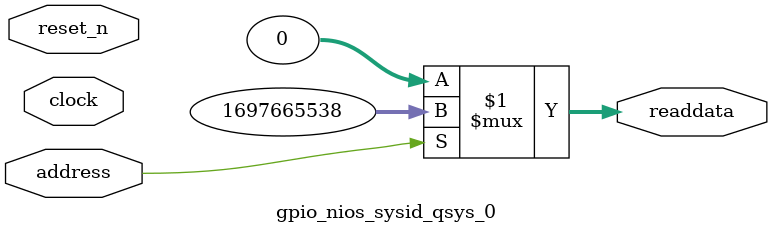
<source format=v>



// synthesis translate_off
`timescale 1ns / 1ps
// synthesis translate_on

// turn off superfluous verilog processor warnings 
// altera message_level Level1 
// altera message_off 10034 10035 10036 10037 10230 10240 10030 

module gpio_nios_sysid_qsys_0 (
               // inputs:
                address,
                clock,
                reset_n,

               // outputs:
                readdata
             )
;

  output  [ 31: 0] readdata;
  input            address;
  input            clock;
  input            reset_n;

  wire    [ 31: 0] readdata;
  //control_slave, which is an e_avalon_slave
  assign readdata = address ? 1697665538 : 0;

endmodule



</source>
